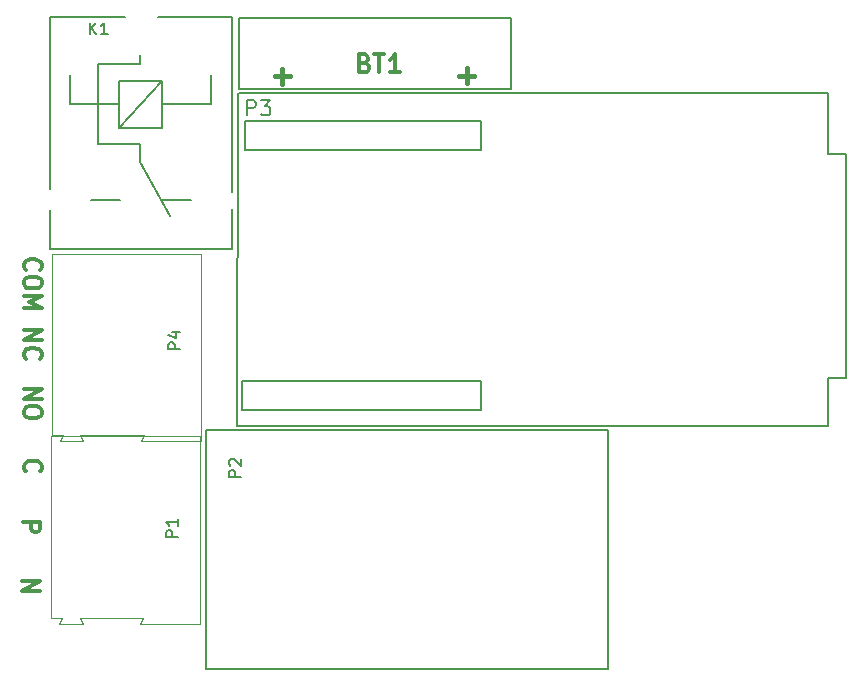
<source format=gbr>
G04 #@! TF.GenerationSoftware,KiCad,Pcbnew,no-vcs-found-7664~57~ubuntu16.10.1*
G04 #@! TF.CreationDate,2017-02-19T10:59:36+01:00*
G04 #@! TF.ProjectId,relayboard,72656C6179626F6172642E6B69636164,rev?*
G04 #@! TF.FileFunction,Legend,Top*
G04 #@! TF.FilePolarity,Positive*
%FSLAX46Y46*%
G04 Gerber Fmt 4.6, Leading zero omitted, Abs format (unit mm)*
G04 Created by KiCad (PCBNEW no-vcs-found-7664~57~ubuntu16.10.1) date Sun Feb 19 10:59:36 2017*
%MOMM*%
%LPD*%
G01*
G04 APERTURE LIST*
%ADD10C,0.100000*%
%ADD11C,0.300000*%
%ADD12C,0.150000*%
%ADD13C,0.381000*%
%ADD14C,0.120000*%
%ADD15C,0.304800*%
%ADD16C,0.203200*%
G04 APERTURE END LIST*
D10*
D11*
X95333428Y-90413674D02*
X96833428Y-90413674D01*
X95333428Y-91270817D01*
X96833428Y-91270817D01*
X96833428Y-92270817D02*
X96833428Y-92556531D01*
X96762000Y-92699388D01*
X96619142Y-92842245D01*
X96333428Y-92913674D01*
X95833428Y-92913674D01*
X95547714Y-92842245D01*
X95404857Y-92699388D01*
X95333428Y-92556531D01*
X95333428Y-92270817D01*
X95404857Y-92127960D01*
X95547714Y-91985102D01*
X95833428Y-91913674D01*
X96333428Y-91913674D01*
X96619142Y-91985102D01*
X96762000Y-92127960D01*
X96833428Y-92270817D01*
X95333428Y-85450668D02*
X96833428Y-85450668D01*
X95333428Y-86307811D01*
X96833428Y-86307811D01*
X95476285Y-87879240D02*
X95404857Y-87807811D01*
X95333428Y-87593525D01*
X95333428Y-87450668D01*
X95404857Y-87236382D01*
X95547714Y-87093525D01*
X95690571Y-87022097D01*
X95976285Y-86950668D01*
X96190571Y-86950668D01*
X96476285Y-87022097D01*
X96619142Y-87093525D01*
X96762000Y-87236382D01*
X96833428Y-87450668D01*
X96833428Y-87593525D01*
X96762000Y-87807811D01*
X96690571Y-87879240D01*
X95476285Y-80365588D02*
X95404857Y-80294160D01*
X95333428Y-80079874D01*
X95333428Y-79937017D01*
X95404857Y-79722731D01*
X95547714Y-79579874D01*
X95690571Y-79508445D01*
X95976285Y-79437017D01*
X96190571Y-79437017D01*
X96476285Y-79508445D01*
X96619142Y-79579874D01*
X96762000Y-79722731D01*
X96833428Y-79937017D01*
X96833428Y-80079874D01*
X96762000Y-80294160D01*
X96690571Y-80365588D01*
X96833428Y-81294160D02*
X96833428Y-81579874D01*
X96762000Y-81722731D01*
X96619142Y-81865588D01*
X96333428Y-81937017D01*
X95833428Y-81937017D01*
X95547714Y-81865588D01*
X95404857Y-81722731D01*
X95333428Y-81579874D01*
X95333428Y-81294160D01*
X95404857Y-81151302D01*
X95547714Y-81008445D01*
X95833428Y-80937017D01*
X96333428Y-80937017D01*
X96619142Y-81008445D01*
X96762000Y-81151302D01*
X96833428Y-81294160D01*
X95333428Y-82579874D02*
X96833428Y-82579874D01*
X95762000Y-83079874D01*
X96833428Y-83579874D01*
X95333428Y-83579874D01*
X96710891Y-107575931D02*
X95210891Y-107575931D01*
X96710891Y-106718788D01*
X95210891Y-106718788D01*
X95496605Y-97431325D02*
X95425177Y-97359897D01*
X95353748Y-97145611D01*
X95353748Y-97002754D01*
X95425177Y-96788468D01*
X95568034Y-96645611D01*
X95710891Y-96574182D01*
X95996605Y-96502754D01*
X96210891Y-96502754D01*
X96496605Y-96574182D01*
X96639462Y-96645611D01*
X96782320Y-96788468D01*
X96853748Y-97002754D01*
X96853748Y-97145611D01*
X96782320Y-97359897D01*
X96710891Y-97431325D01*
X95226748Y-101725302D02*
X96726748Y-101725302D01*
X96726748Y-102296731D01*
X96655320Y-102439588D01*
X96583891Y-102511017D01*
X96441034Y-102582445D01*
X96226748Y-102582445D01*
X96083891Y-102511017D01*
X96012462Y-102439588D01*
X95941034Y-102296731D01*
X95941034Y-101725302D01*
D12*
X110763520Y-93934600D02*
X110763520Y-114134600D01*
X144763520Y-114134600D02*
X110763520Y-114134600D01*
X144763520Y-93934600D02*
X144763520Y-114134600D01*
X110763520Y-93934600D02*
X144763520Y-93934600D01*
D13*
X117227360Y-63338960D02*
X117227360Y-64608960D01*
X116592360Y-63973960D02*
X117862360Y-63973960D01*
D12*
X113575960Y-59018160D02*
X136575960Y-59018160D01*
X136575960Y-59018160D02*
X136575960Y-65018160D01*
X113575960Y-65018160D02*
X136575960Y-65018160D01*
X113575960Y-59018160D02*
X113575960Y-65018160D01*
D13*
X132822960Y-63288160D02*
X132822960Y-64558160D01*
X132187960Y-63923160D02*
X133457960Y-63923160D01*
D14*
X110252040Y-94449120D02*
X97652040Y-94449120D01*
X97652040Y-94449120D02*
X97652040Y-109849120D01*
X97652040Y-109849120D02*
X98602040Y-109849120D01*
X98602040Y-109849120D02*
X98302040Y-110349120D01*
X98302040Y-110349120D02*
X100302040Y-110349120D01*
X100302040Y-110349120D02*
X100052040Y-109849120D01*
X100052040Y-109849120D02*
X105452040Y-109849120D01*
X105452040Y-109849120D02*
X105202040Y-110349120D01*
X105202040Y-110349120D02*
X110252040Y-110349120D01*
X110252040Y-110349120D02*
X110252040Y-94449120D01*
X110307920Y-78983040D02*
X97707920Y-78983040D01*
X97707920Y-78983040D02*
X97707920Y-94383040D01*
X97707920Y-94383040D02*
X98657920Y-94383040D01*
X98657920Y-94383040D02*
X98357920Y-94883040D01*
X98357920Y-94883040D02*
X100357920Y-94883040D01*
X100357920Y-94883040D02*
X100107920Y-94383040D01*
X100107920Y-94383040D02*
X105507920Y-94383040D01*
X105507920Y-94383040D02*
X105257920Y-94883040D01*
X105257920Y-94883040D02*
X110307920Y-94883040D01*
X110307920Y-94883040D02*
X110307920Y-78983040D01*
D12*
X114026320Y-67784600D02*
X134026320Y-67784600D01*
X134026320Y-70184600D02*
X114026320Y-70184600D01*
X113826320Y-92184600D02*
X134026320Y-92184600D01*
X134026320Y-89784600D02*
X113826320Y-89784600D01*
X114026320Y-70184600D02*
X114026320Y-67984600D01*
X114026320Y-67984600D02*
X114026320Y-67784600D01*
X134026320Y-67784600D02*
X134026320Y-70184600D01*
X134026320Y-89784600D02*
X134026320Y-92184600D01*
X113826320Y-92184600D02*
X113826320Y-89784600D01*
X113431320Y-65379600D02*
X113405920Y-93548200D01*
X113405920Y-93548200D02*
X163393120Y-93548200D01*
X163393120Y-93548200D02*
X163393120Y-89509600D01*
X163393120Y-89509600D02*
X164942520Y-89509600D01*
X164942520Y-89509600D02*
X164942520Y-70586600D01*
X164942520Y-70586600D02*
X163443920Y-70586600D01*
X163443920Y-70586600D02*
X163443920Y-65405000D01*
X163443920Y-65405000D02*
X113507520Y-65405000D01*
X113507520Y-65405000D02*
X113456720Y-65455800D01*
X97553920Y-75288920D02*
X97553920Y-78588920D01*
X97553920Y-78588920D02*
X112953920Y-78588920D01*
X112953920Y-78588920D02*
X112953920Y-75238920D01*
X103903920Y-58988920D02*
X97553920Y-58988920D01*
X97553920Y-58988920D02*
X97553920Y-73538920D01*
X106653920Y-58988920D02*
X112953920Y-58988920D01*
X112953920Y-58988920D02*
X112953920Y-73738920D01*
X112903920Y-58988920D02*
X106653920Y-58988920D01*
X101053920Y-74438920D02*
X103503920Y-74438920D01*
X109453920Y-74438920D02*
X106953920Y-74438920D01*
X99203920Y-63838920D02*
X99203920Y-66338920D01*
X105203920Y-62938920D02*
X105203920Y-62138920D01*
X111203920Y-66338920D02*
X111203920Y-63838920D01*
X105203920Y-69738920D02*
X105203920Y-71238920D01*
X105203920Y-71238920D02*
X107703920Y-75838920D01*
X101603920Y-69738920D02*
X101603920Y-62938920D01*
X105203920Y-69738920D02*
X101603920Y-69738920D01*
X105203920Y-62938920D02*
X101603920Y-62938920D01*
X111203920Y-66338920D02*
X107003920Y-66338920D01*
X103403920Y-66338920D02*
X99203920Y-66338920D01*
X103403920Y-68338920D02*
X107003920Y-64338920D01*
X103403920Y-64338920D02*
X107003920Y-64338920D01*
X107003920Y-64338920D02*
X107003920Y-68338920D01*
X107003920Y-68338920D02*
X103403920Y-68338920D01*
X103403920Y-68338920D02*
X103403920Y-64338920D01*
X113715900Y-97882695D02*
X112715900Y-97882695D01*
X112715900Y-97501742D01*
X112763520Y-97406504D01*
X112811139Y-97358885D01*
X112906377Y-97311266D01*
X113049234Y-97311266D01*
X113144472Y-97358885D01*
X113192091Y-97406504D01*
X113239710Y-97501742D01*
X113239710Y-97882695D01*
X112811139Y-96930314D02*
X112763520Y-96882695D01*
X112715900Y-96787457D01*
X112715900Y-96549361D01*
X112763520Y-96454123D01*
X112811139Y-96406504D01*
X112906377Y-96358885D01*
X113001615Y-96358885D01*
X113144472Y-96406504D01*
X113715900Y-96977933D01*
X113715900Y-96358885D01*
D15*
X124187131Y-62842502D02*
X124404845Y-62915074D01*
X124477417Y-62987645D01*
X124549988Y-63132788D01*
X124549988Y-63350502D01*
X124477417Y-63495645D01*
X124404845Y-63568217D01*
X124259702Y-63640788D01*
X123679131Y-63640788D01*
X123679131Y-62116788D01*
X124187131Y-62116788D01*
X124332274Y-62189360D01*
X124404845Y-62261931D01*
X124477417Y-62407074D01*
X124477417Y-62552217D01*
X124404845Y-62697360D01*
X124332274Y-62769931D01*
X124187131Y-62842502D01*
X123679131Y-62842502D01*
X124985417Y-62116788D02*
X125856274Y-62116788D01*
X125420845Y-63640788D02*
X125420845Y-62116788D01*
X127162560Y-63640788D02*
X126291702Y-63640788D01*
X126727131Y-63640788D02*
X126727131Y-62116788D01*
X126581988Y-62334502D01*
X126436845Y-62479645D01*
X126291702Y-62552217D01*
D12*
X108371900Y-102978175D02*
X107371900Y-102978175D01*
X107371900Y-102597222D01*
X107419520Y-102501984D01*
X107467139Y-102454365D01*
X107562377Y-102406746D01*
X107705234Y-102406746D01*
X107800472Y-102454365D01*
X107848091Y-102501984D01*
X107895710Y-102597222D01*
X107895710Y-102978175D01*
X108371900Y-101454365D02*
X108371900Y-102025794D01*
X108371900Y-101740080D02*
X107371900Y-101740080D01*
X107514758Y-101835318D01*
X107609996Y-101930556D01*
X107657615Y-102025794D01*
X108564940Y-87077775D02*
X107564940Y-87077775D01*
X107564940Y-86696822D01*
X107612560Y-86601584D01*
X107660179Y-86553965D01*
X107755417Y-86506346D01*
X107898274Y-86506346D01*
X107993512Y-86553965D01*
X108041131Y-86601584D01*
X108088750Y-86696822D01*
X108088750Y-87077775D01*
X107898274Y-85649203D02*
X108564940Y-85649203D01*
X107517321Y-85887299D02*
X108231607Y-86125394D01*
X108231607Y-85506346D01*
D16*
X114256699Y-67274923D02*
X114256699Y-66004923D01*
X114740508Y-66004923D01*
X114861460Y-66065400D01*
X114921937Y-66125876D01*
X114982413Y-66246828D01*
X114982413Y-66428257D01*
X114921937Y-66549209D01*
X114861460Y-66609685D01*
X114740508Y-66670161D01*
X114256699Y-66670161D01*
X115405746Y-66004923D02*
X116191937Y-66004923D01*
X115768603Y-66488733D01*
X115950032Y-66488733D01*
X116070984Y-66549209D01*
X116131460Y-66609685D01*
X116191937Y-66730638D01*
X116191937Y-67033019D01*
X116131460Y-67153971D01*
X116070984Y-67214447D01*
X115950032Y-67274923D01*
X115587175Y-67274923D01*
X115466222Y-67214447D01*
X115405746Y-67153971D01*
D12*
X100903824Y-60427300D02*
X100903824Y-59427300D01*
X101475253Y-60427300D02*
X101046681Y-59855872D01*
X101475253Y-59427300D02*
X100903824Y-59998729D01*
X102427634Y-60427300D02*
X101856205Y-60427300D01*
X102141920Y-60427300D02*
X102141920Y-59427300D01*
X102046681Y-59570158D01*
X101951443Y-59665396D01*
X101856205Y-59713015D01*
M02*

</source>
